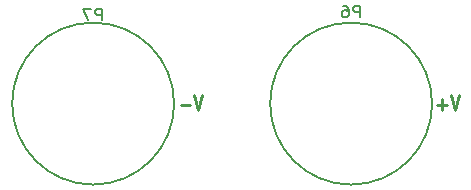
<source format=gbr>
G04 #@! TF.FileFunction,Legend,Bot*
%FSLAX46Y46*%
G04 Gerber Fmt 4.6, Leading zero omitted, Abs format (unit mm)*
G04 Created by KiCad (PCBNEW 4.0.6-e0-6349~52~ubuntu16.10.1) date Wed Sep 13 22:27:02 2017*
%MOMM*%
%LPD*%
G01*
G04 APERTURE LIST*
%ADD10C,0.100000*%
%ADD11C,0.254000*%
%ADD12C,0.150000*%
G04 APERTURE END LIST*
D10*
D11*
X4904619Y-4003524D02*
X4565952Y-5273524D01*
X4227286Y-4003524D01*
X3888619Y-4789714D02*
X3114524Y-4789714D01*
X26621619Y-4003524D02*
X26282952Y-5273524D01*
X25944286Y-4003524D01*
X25605619Y-4789714D02*
X24831524Y-4789714D01*
X25218572Y-5273524D02*
X25218572Y-4305905D01*
D12*
X24384000Y-4699000D02*
G75*
G03X24384000Y-4699000I-6858000J0D01*
G01*
X2540000Y-4699000D02*
G75*
G03X2540000Y-4699000I-6858000J0D01*
G01*
X18264095Y2595619D02*
X18264095Y3595619D01*
X17883142Y3595619D01*
X17787904Y3548000D01*
X17740285Y3500381D01*
X17692666Y3405143D01*
X17692666Y3262286D01*
X17740285Y3167048D01*
X17787904Y3119429D01*
X17883142Y3071810D01*
X18264095Y3071810D01*
X16835523Y3595619D02*
X17026000Y3595619D01*
X17121238Y3548000D01*
X17168857Y3500381D01*
X17264095Y3357524D01*
X17311714Y3167048D01*
X17311714Y2786095D01*
X17264095Y2690857D01*
X17216476Y2643238D01*
X17121238Y2595619D01*
X16930761Y2595619D01*
X16835523Y2643238D01*
X16787904Y2690857D01*
X16740285Y2786095D01*
X16740285Y3024190D01*
X16787904Y3119429D01*
X16835523Y3167048D01*
X16930761Y3214667D01*
X17121238Y3214667D01*
X17216476Y3167048D01*
X17264095Y3119429D01*
X17311714Y3024190D01*
X-3579905Y2341619D02*
X-3579905Y3341619D01*
X-3960858Y3341619D01*
X-4056096Y3294000D01*
X-4103715Y3246381D01*
X-4151334Y3151143D01*
X-4151334Y3008286D01*
X-4103715Y2913048D01*
X-4056096Y2865429D01*
X-3960858Y2817810D01*
X-3579905Y2817810D01*
X-4484667Y3341619D02*
X-5151334Y3341619D01*
X-4722762Y2341619D01*
M02*

</source>
